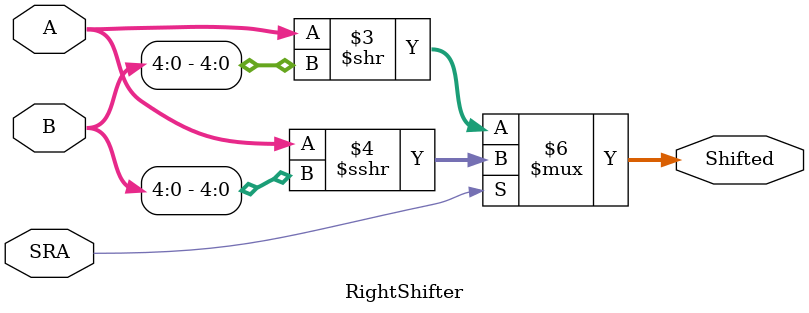
<source format=v>
/* Módulo responsável por dar Right Logical Shift ou Right Arithmetic Shift
Recebe dois números de 32 bits, A e B, e shifta A para direita na quantidade especificada pelos 5 LSB de B.
Resultado é atribuido na saída Shifted.
Caso SRA for 1, executa um arithmetic shift, caso contrário (igual a 0) executa um logical shift */
module RightShifter (
    input signed [31:0] A, B,
    input SRA,
    output reg [31:0] Shifted
);
    always @ (A, B, SRA)
        if (SRA == 0) 
            Shifted = A >> B[4:0];
        else 
            Shifted = A >>> B[4:0];

endmodule
</source>
